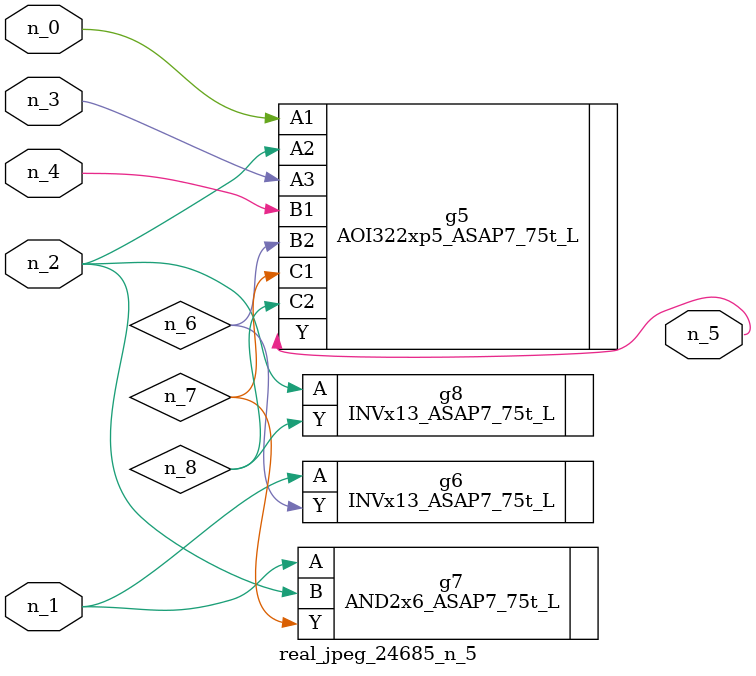
<source format=v>
module real_jpeg_24685_n_5 (n_4, n_0, n_1, n_2, n_3, n_5);

input n_4;
input n_0;
input n_1;
input n_2;
input n_3;

output n_5;

wire n_8;
wire n_6;
wire n_7;

AOI322xp5_ASAP7_75t_L g5 ( 
.A1(n_0),
.A2(n_2),
.A3(n_3),
.B1(n_4),
.B2(n_6),
.C1(n_7),
.C2(n_8),
.Y(n_5)
);

INVx13_ASAP7_75t_L g6 ( 
.A(n_1),
.Y(n_6)
);

AND2x6_ASAP7_75t_L g7 ( 
.A(n_1),
.B(n_2),
.Y(n_7)
);

INVx13_ASAP7_75t_L g8 ( 
.A(n_2),
.Y(n_8)
);


endmodule
</source>
